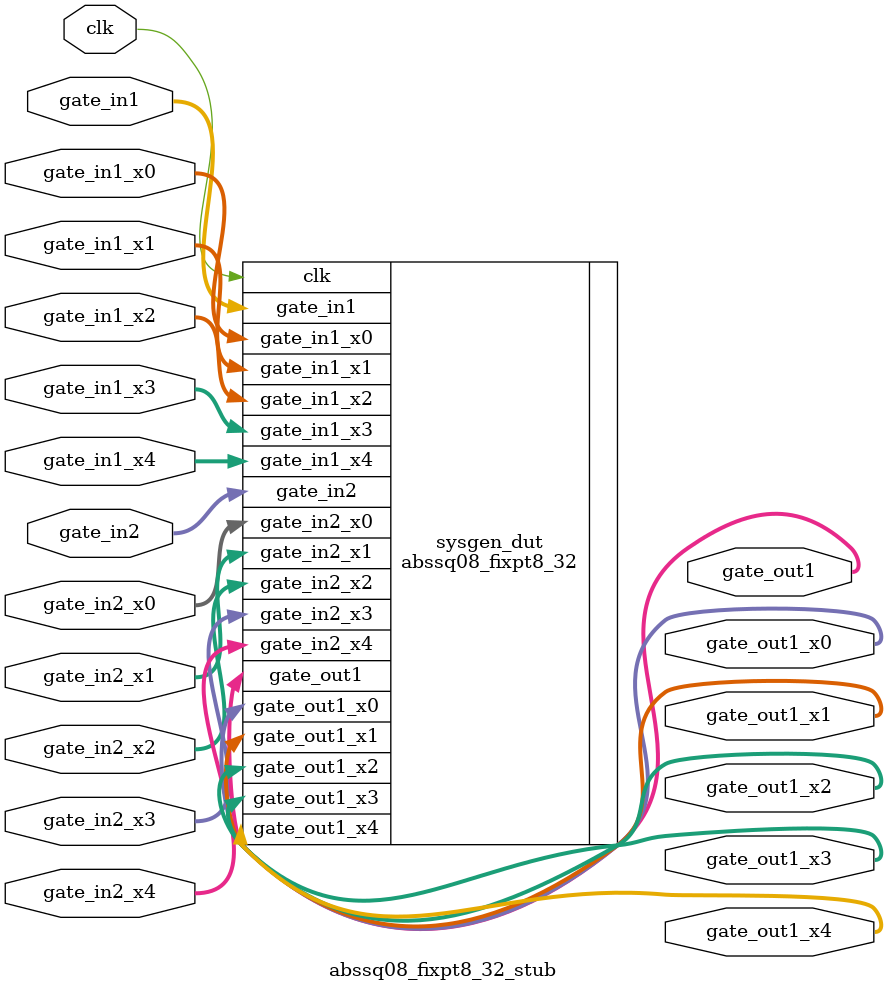
<source format=v>
`timescale 1 ns / 10 ps
module abssq08_fixpt8_32_stub (
  input [27-1:0] gate_in1_x4,
  input [27-1:0] gate_in2,
  input [28-1:0] gate_in1,
  input [28-1:0] gate_in2_x0,
  input [29-1:0] gate_in1_x0,
  input [29-1:0] gate_in2_x1,
  input [30-1:0] gate_in1_x1,
  input [30-1:0] gate_in2_x2,
  input [31-1:0] gate_in1_x2,
  input [31-1:0] gate_in2_x3,
  input [32-1:0] gate_in1_x3,
  input [32-1:0] gate_in2_x4,
  input clk,
  output [27-1:0] gate_out1_x0,
  output [28-1:0] gate_out1_x1,
  output [29-1:0] gate_out1_x2,
  output [30-1:0] gate_out1,
  output [31-1:0] gate_out1_x3,
  output [32-1:0] gate_out1_x4
);
  abssq08_fixpt8_32 sysgen_dut (
    .gate_in1_x4(gate_in1_x4),
    .gate_in2(gate_in2),
    .gate_in1(gate_in1),
    .gate_in2_x0(gate_in2_x0),
    .gate_in1_x0(gate_in1_x0),
    .gate_in2_x1(gate_in2_x1),
    .gate_in1_x1(gate_in1_x1),
    .gate_in2_x2(gate_in2_x2),
    .gate_in1_x2(gate_in1_x2),
    .gate_in2_x3(gate_in2_x3),
    .gate_in1_x3(gate_in1_x3),
    .gate_in2_x4(gate_in2_x4),
    .clk(clk),
    .gate_out1_x0(gate_out1_x0),
    .gate_out1_x1(gate_out1_x1),
    .gate_out1_x2(gate_out1_x2),
    .gate_out1(gate_out1),
    .gate_out1_x3(gate_out1_x3),
    .gate_out1_x4(gate_out1_x4)
  );
endmodule

</source>
